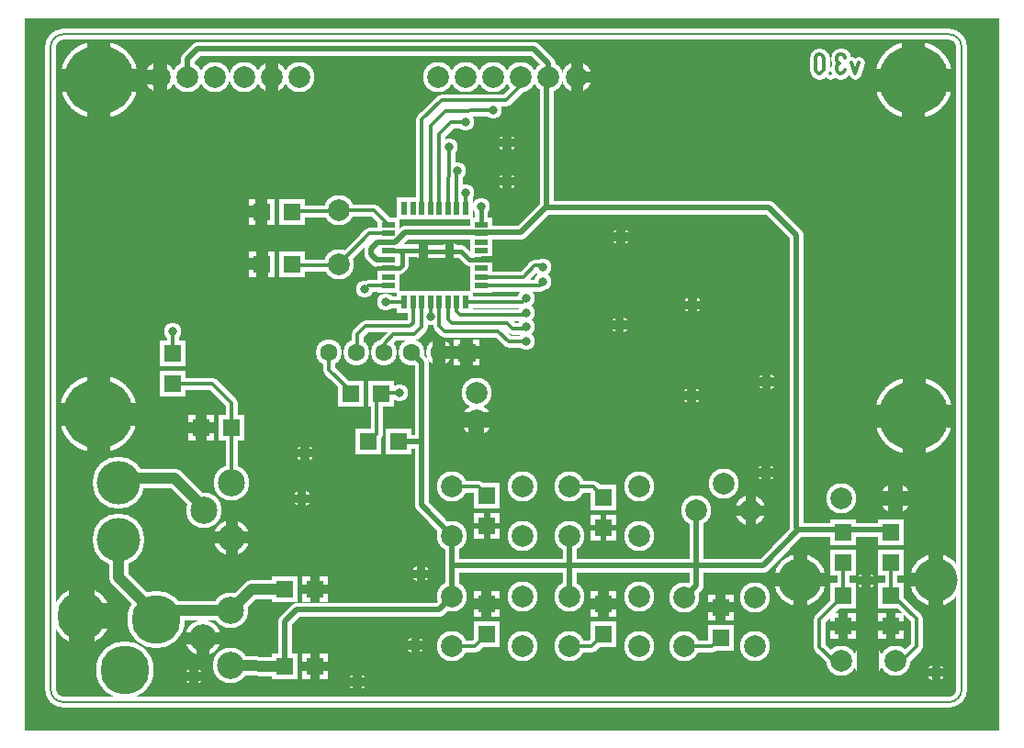
<source format=gbr>
%FSLAX34Y34*%
%MOMM*%
%LNCOPPER_BOTTOM*%
G71*
G01*
%ADD10C,5.300*%
%ADD11C,4.800*%
%ADD12C,2.800*%
%ADD13C,3.300*%
%ADD14C,7.200*%
%ADD15C,1.400*%
%ADD16C,1.800*%
%ADD17R,2.400X2.400*%
%ADD18C,1.100*%
%ADD19C,1.118*%
%ADD20C,1.000*%
%ADD21R,2.070X1.359*%
%ADD22R,1.359X2.070*%
%ADD23C,2.400*%
%ADD24C,1.300*%
%ADD25C,1.200*%
%ADD26C,1.610*%
%ADD27C,1.600*%
%ADD28C,2.370*%
%ADD29C,0.933*%
%ADD30C,1.108*%
%ADD31C,2.000*%
%ADD32C,1.320*%
%ADD33C,1.333*%
%ADD34C,1.133*%
%ADD35C,1.153*%
%ADD36C,1.073*%
%ADD37C,2.133*%
%ADD38C,0.200*%
%ADD39C,0.976*%
%ADD40C,0.843*%
%ADD41C,0.427*%
%ADD42C,0.559*%
%ADD43C,1.157*%
%ADD44C,1.141*%
%ADD45C,0.533*%
%ADD46C,1.427*%
%ADD47C,0.800*%
%ADD48C,1.104*%
%ADD49C,4.500*%
%ADD50C,4.000*%
%ADD51C,2.000*%
%ADD52C,2.500*%
%ADD53C,6.400*%
%ADD54C,0.600*%
%ADD55R,1.600X1.600*%
%ADD56C,0.300*%
%ADD57C,0.318*%
%ADD58R,1.270X0.559*%
%ADD59R,0.559X1.270*%
%ADD60C,1.600*%
%ADD61C,0.500*%
%ADD62C,0.400*%
%ADD63C,0.810*%
%ADD64C,0.800*%
%LPD*%
G36*
X-24210Y631031D02*
X874790Y631031D01*
X874790Y-25969D01*
X-24210Y-25969D01*
X-24210Y631031D01*
G37*
%LPC*%
X97020Y76019D02*
G54D10*
D03*
X28758Y79194D02*
G54D10*
D03*
X62844Y149916D02*
G54D11*
D03*
X62844Y201916D02*
G54D11*
D03*
X542924Y198562D02*
G54D12*
D03*
X477924Y198562D02*
G54D12*
D03*
X477924Y153562D02*
G54D12*
D03*
X542924Y153562D02*
G54D12*
D03*
X434974Y198562D02*
G54D12*
D03*
X369974Y198562D02*
G54D12*
D03*
X369974Y153562D02*
G54D12*
D03*
X434974Y153562D02*
G54D12*
D03*
X68785Y29184D02*
G54D10*
D03*
X620315Y201590D02*
G54D12*
D03*
X595315Y176590D02*
G54D12*
D03*
X645315Y176590D02*
G54D12*
D03*
X166865Y202506D02*
G54D13*
D03*
X141465Y177106D02*
G54D13*
D03*
X166865Y151705D02*
G54D13*
D03*
X728662Y37906D02*
G54D12*
D03*
X778662Y37906D02*
G54D12*
D03*
X753662Y37906D02*
G54D12*
D03*
X728662Y187906D02*
G54D12*
D03*
X778662Y187906D02*
G54D12*
D03*
X691162Y112906D02*
G54D11*
D03*
X816162Y112906D02*
G54D11*
D03*
X434974Y51963D02*
G54D12*
D03*
X369974Y51962D02*
G54D12*
D03*
X369974Y96963D02*
G54D12*
D03*
X434974Y96963D02*
G54D12*
D03*
X165675Y84237D02*
G54D13*
D03*
X140274Y58838D02*
G54D13*
D03*
X165675Y33437D02*
G54D13*
D03*
X101048Y576592D02*
G54D12*
D03*
X126448Y576592D02*
G54D12*
D03*
X151848Y576592D02*
G54D12*
D03*
X178439Y576592D02*
G54D12*
D03*
X203839Y576592D02*
G54D12*
D03*
X229239Y576592D02*
G54D12*
D03*
X357033Y576592D02*
G54D12*
D03*
X382433Y576592D02*
G54D12*
D03*
X407833Y576592D02*
G54D12*
D03*
X433233Y576592D02*
G54D12*
D03*
X458633Y576592D02*
G54D12*
D03*
X485223Y576592D02*
G54D12*
D03*
X796130Y263922D02*
G54D14*
D03*
X820130Y263922D02*
G54D15*
D03*
X813101Y246952D02*
G54D15*
D03*
X796130Y239922D02*
G54D15*
D03*
X779160Y246952D02*
G54D15*
D03*
X772130Y263922D02*
G54D15*
D03*
X779160Y280892D02*
G54D15*
D03*
X796130Y287922D02*
G54D15*
D03*
X813101Y280892D02*
G54D15*
D03*
X795337Y573881D02*
G54D14*
D03*
X819337Y573881D02*
G54D15*
D03*
X812307Y556911D02*
G54D15*
D03*
X795337Y549881D02*
G54D15*
D03*
X778366Y556911D02*
G54D15*
D03*
X771337Y573881D02*
G54D15*
D03*
X778366Y590852D02*
G54D15*
D03*
X795337Y597881D02*
G54D15*
D03*
X812307Y590852D02*
G54D15*
D03*
X44449Y573881D02*
G54D14*
D03*
X68449Y573881D02*
G54D15*
D03*
X61420Y556911D02*
G54D15*
D03*
X44449Y549881D02*
G54D15*
D03*
X27479Y556911D02*
G54D15*
D03*
X20449Y573881D02*
G54D15*
D03*
X27479Y590852D02*
G54D15*
D03*
X44449Y597881D02*
G54D15*
D03*
X61420Y590852D02*
G54D15*
D03*
X44052Y265510D02*
G54D14*
D03*
X68052Y265510D02*
G54D15*
D03*
X61023Y248539D02*
G54D15*
D03*
X44052Y241510D02*
G54D15*
D03*
X27082Y248539D02*
G54D15*
D03*
X20052Y265510D02*
G54D15*
D03*
X27082Y282480D02*
G54D15*
D03*
X44052Y289510D02*
G54D15*
D03*
X61023Y282480D02*
G54D15*
D03*
G54D16*
X165675Y84237D02*
X112381Y84237D01*
X97020Y68875D01*
G54D16*
X62844Y146344D02*
X62844Y114957D01*
X97020Y80781D01*
G54D16*
X141465Y181868D02*
X138931Y181868D01*
X114299Y206500D01*
X63024Y206500D01*
X62844Y206679D01*
X112416Y321959D02*
G54D17*
D03*
X112416Y293959D02*
G54D17*
D03*
X138865Y253305D02*
G54D17*
D03*
X166865Y253306D02*
G54D17*
D03*
G54D18*
X166865Y253306D02*
X166865Y202506D01*
X774682Y156664D02*
G54D17*
D03*
X774682Y128664D02*
G54D17*
D03*
G54D19*
X745248Y590231D02*
X741693Y580231D01*
X738137Y590231D01*
G54D19*
X731915Y594675D02*
X731026Y596898D01*
X729249Y598009D01*
X727471Y598009D01*
X725693Y596898D01*
X724804Y594675D01*
X724804Y592453D01*
X725693Y590231D01*
X727471Y589120D01*
X725693Y588009D01*
X724804Y585786D01*
X724804Y583564D01*
X725693Y581342D01*
X727471Y580231D01*
X729249Y580231D01*
X731026Y581342D01*
X731915Y583564D01*
G54D19*
X718582Y580231D02*
X718582Y580231D01*
G54D19*
X705249Y594675D02*
X705249Y583564D01*
X706138Y581342D01*
X707916Y580231D01*
X709694Y580231D01*
X711472Y581342D01*
X712360Y583564D01*
X712360Y594675D01*
X711472Y596898D01*
X709694Y598009D01*
X707916Y598009D01*
X706138Y596898D01*
X705249Y594675D01*
X215899Y103709D02*
G54D17*
D03*
X243899Y103709D02*
G54D17*
D03*
X215899Y33065D02*
G54D17*
D03*
X243899Y33065D02*
G54D17*
D03*
G54D16*
X215899Y103709D02*
X185147Y103709D01*
X165675Y84237D01*
G54D16*
X215899Y33065D02*
X165675Y33437D01*
G54D20*
X11509Y615928D02*
X828262Y615928D01*
G54D20*
G75*
G01X11509Y615928D02*
G03X-1Y604418I0J-11510D01*
G01*
G54D20*
G75*
G01X839772Y604418D02*
G03X828262Y615928I-11510J0D01*
G01*
G54D20*
X-1Y604418D02*
X-1Y11503D01*
G54D20*
G75*
G01X828262Y-8D02*
G03X839772Y11502I0J11510D01*
G01*
G54D20*
X839772Y604418D02*
X839772Y11502D01*
G54D20*
G75*
G01X-1Y11503D02*
G03X11509Y-7I11510J0D01*
G01*
G54D20*
X828262Y-8D02*
X11509Y-7D01*
X542924Y51963D02*
G54D12*
D03*
X477924Y51962D02*
G54D12*
D03*
X477924Y96963D02*
G54D12*
D03*
X542924Y96963D02*
G54D12*
D03*
X311322Y384324D02*
G54D21*
D03*
X311322Y392324D02*
G54D21*
D03*
X311322Y400326D02*
G54D21*
D03*
X311322Y408326D02*
G54D21*
D03*
X311322Y416328D02*
G54D21*
D03*
X311322Y424328D02*
G54D21*
D03*
X311322Y432330D02*
G54D21*
D03*
X311322Y440330D02*
G54D21*
D03*
X397174Y440330D02*
G54D21*
D03*
X397174Y432330D02*
G54D21*
D03*
X397174Y424328D02*
G54D21*
D03*
X397174Y416328D02*
G54D21*
D03*
X397174Y408326D02*
G54D21*
D03*
X397174Y400326D02*
G54D21*
D03*
X397174Y392324D02*
G54D21*
D03*
X397174Y384324D02*
G54D21*
D03*
X382239Y369388D02*
G54D22*
D03*
X374238Y369388D02*
G54D22*
D03*
X366237Y369388D02*
G54D22*
D03*
X358236Y369388D02*
G54D22*
D03*
X350235Y369388D02*
G54D22*
D03*
X342234Y369388D02*
G54D22*
D03*
X334233Y369388D02*
G54D22*
D03*
X326232Y369388D02*
G54D22*
D03*
X326233Y455239D02*
G54D22*
D03*
X334234Y455239D02*
G54D22*
D03*
X342235Y455239D02*
G54D22*
D03*
X350236Y455239D02*
G54D22*
D03*
X358237Y455239D02*
G54D22*
D03*
X366238Y455239D02*
G54D22*
D03*
X374239Y455239D02*
G54D22*
D03*
X382240Y455239D02*
G54D22*
D03*
G36*
X395585Y334328D02*
X395585Y310328D01*
X371585Y310328D01*
X371585Y334328D01*
X395585Y334328D01*
G37*
X358185Y322328D02*
G54D23*
D03*
X332785Y322328D02*
G54D23*
D03*
X307385Y322328D02*
G54D23*
D03*
X281985Y322328D02*
G54D23*
D03*
X256585Y322328D02*
G54D23*
D03*
G54D24*
X306957Y408326D02*
X300683Y408326D01*
X295622Y413387D01*
X295622Y418483D01*
X301524Y424385D01*
X317796Y424385D01*
X326527Y433116D01*
X421034Y433152D01*
G54D25*
X311322Y416328D02*
X321885Y416328D01*
X324543Y413669D01*
X324543Y403335D01*
X321578Y400370D01*
X311322Y400326D01*
G54D25*
X311322Y416328D02*
X378682Y415931D01*
X386286Y408326D01*
X397174Y408326D01*
X350391Y355364D02*
G54D26*
D03*
G54D18*
X350235Y369388D02*
X350235Y355606D01*
X349994Y355364D01*
G54D18*
X342234Y367404D02*
X342234Y346032D01*
X335258Y339057D01*
X315812Y339057D01*
X307874Y331119D01*
X307874Y321627D01*
X307385Y321138D01*
G54D18*
X334233Y372166D02*
X334233Y349938D01*
X331290Y346994D01*
X290412Y346994D01*
X282474Y339057D01*
X282474Y325595D01*
X281985Y325106D01*
X321419Y285117D02*
G54D26*
D03*
G54D18*
X323006Y285117D02*
X307065Y285117D01*
X300283Y284289D01*
X265752Y404100D02*
G54D12*
D03*
X265752Y454100D02*
G54D12*
D03*
G54D18*
X265752Y454100D02*
X297552Y454100D01*
X311322Y440330D01*
G54D18*
X311322Y432330D02*
X293981Y432330D01*
X265752Y404100D01*
G54D18*
X228052Y402558D02*
X264210Y402558D01*
X265752Y404100D01*
G54D18*
X228449Y452961D02*
X264613Y452961D01*
X265752Y454100D01*
G54D18*
X342235Y455239D02*
X342348Y537736D01*
X360362Y555749D01*
X419496Y555352D01*
X432196Y568052D01*
X433233Y576592D01*
G54D18*
X350236Y455239D02*
X350286Y531386D01*
X364331Y545430D01*
X408384Y545827D01*
X408384Y545827D02*
G54D26*
D03*
G54D18*
X358237Y455239D02*
X358237Y524256D01*
X368696Y534715D01*
X382984Y534715D01*
X382984Y534715D02*
G54D26*
D03*
G54D18*
X366238Y455239D02*
X367109Y512490D01*
X367109Y512490D02*
G54D26*
D03*
X382984Y469627D02*
G54D26*
D03*
G54D18*
X382240Y455239D02*
X382240Y468784D01*
X381396Y469627D01*
X375046Y490265D02*
G54D26*
D03*
G54D18*
X374239Y455239D02*
X374239Y489458D01*
X375046Y490265D01*
G54D24*
X126448Y576592D02*
X126448Y593695D01*
X135334Y602580D01*
X445344Y602580D01*
X458633Y589292D01*
X458633Y576592D01*
X396874Y456927D02*
G54D26*
D03*
G54D25*
X397174Y440330D02*
X397174Y456628D01*
X396874Y456927D01*
X289321Y381124D02*
G54D26*
D03*
X112392Y341928D02*
G54D26*
D03*
G54D18*
X112416Y321959D02*
X112416Y340366D01*
X113979Y341928D01*
G54D18*
X311322Y384324D02*
X292520Y384324D01*
X289321Y381124D01*
X309165Y368821D02*
G54D26*
D03*
G54D18*
X326232Y369388D02*
X309732Y369388D01*
X309165Y368821D01*
G54D24*
X421034Y433152D02*
X433027Y433152D01*
X457199Y457324D01*
X457199Y575952D01*
X458633Y577385D01*
G54D24*
X369974Y153562D02*
X369974Y96963D01*
G54D18*
X256585Y322328D02*
X256585Y306606D01*
X278902Y284289D01*
G54D18*
X112416Y293959D02*
X148680Y293959D01*
X167084Y275555D01*
X167084Y253524D01*
X166865Y253306D01*
G54D24*
X477924Y153562D02*
X477924Y96963D01*
X648890Y51168D02*
G54D12*
D03*
X583890Y51168D02*
G54D12*
D03*
X583890Y96168D02*
G54D12*
D03*
X648890Y96168D02*
G54D12*
D03*
G54D24*
X595315Y176590D02*
X595315Y107594D01*
X583890Y96168D01*
X438100Y372827D02*
G54D26*
D03*
X438100Y358936D02*
G54D26*
D03*
X438100Y345839D02*
G54D26*
D03*
X438100Y332346D02*
G54D26*
D03*
G54D18*
X358236Y369388D02*
X358236Y347122D01*
X363128Y342230D01*
X412352Y342230D01*
X422274Y332309D01*
X438063Y332309D01*
X438100Y332346D01*
G54D18*
X366237Y369388D02*
X366237Y353024D01*
X369490Y349771D01*
X420290Y349771D01*
X425449Y344612D01*
X436872Y344612D01*
X438100Y345839D01*
G54D18*
X374238Y369388D02*
X374238Y360501D01*
X377824Y356915D01*
X436079Y356915D01*
X438100Y358936D01*
G54D18*
X382239Y369388D02*
X434662Y369388D01*
X438100Y372827D01*
X402430Y190228D02*
G54D17*
D03*
X402431Y162228D02*
G54D17*
D03*
X509587Y189037D02*
G54D17*
D03*
X509587Y161036D02*
G54D17*
D03*
X401637Y90612D02*
G54D17*
D03*
X401637Y62612D02*
G54D17*
D03*
X509587Y90612D02*
G54D17*
D03*
X509587Y62612D02*
G54D17*
D03*
X617537Y87436D02*
G54D17*
D03*
X617537Y59437D02*
G54D17*
D03*
G54D24*
X370284Y126330D02*
X595709Y126330D01*
G54D18*
X369974Y198562D02*
X394096Y198562D01*
X402430Y190228D01*
G54D18*
X477924Y198562D02*
X500061Y198562D01*
X509587Y189037D01*
G54D18*
X369974Y51962D02*
X390988Y51962D01*
X401637Y62612D01*
G54D18*
X477924Y51962D02*
X498938Y51962D01*
X509587Y62612D01*
G54D18*
X583890Y51168D02*
X609268Y51168D01*
X617537Y59437D01*
X453975Y401402D02*
G54D26*
D03*
X453975Y387511D02*
G54D26*
D03*
G54D18*
X397174Y384324D02*
X450787Y384324D01*
X453975Y387511D01*
G54D18*
X397174Y392324D02*
X436253Y392324D01*
X446484Y402556D01*
X452821Y402556D01*
X453975Y401402D01*
X730232Y156664D02*
G54D17*
D03*
X730232Y128664D02*
G54D17*
D03*
X774699Y97974D02*
G54D17*
D03*
X774699Y69975D02*
G54D17*
D03*
X730249Y97974D02*
G54D17*
D03*
X730249Y69975D02*
G54D17*
D03*
G54D24*
X595709Y126330D02*
X656828Y126330D01*
X689371Y158874D01*
X772471Y158874D01*
X774682Y156664D01*
G54D18*
X728662Y37906D02*
X721837Y37906D01*
X708818Y50924D01*
X708818Y76543D01*
X730249Y97974D01*
G54D18*
X778271Y38303D02*
X785096Y38303D01*
X798115Y51321D01*
X798115Y76940D01*
X776684Y98371D01*
G54D18*
X730232Y128664D02*
X730232Y97992D01*
X730249Y97974D01*
G54D18*
X774682Y128664D02*
X774682Y97992D01*
X774699Y97974D01*
X292875Y240058D02*
G54D17*
D03*
X320875Y240059D02*
G54D17*
D03*
G54D24*
X332785Y322328D02*
X341709Y313405D01*
X341709Y181828D01*
X369974Y153562D01*
G54D24*
X320875Y240059D02*
X340740Y240059D01*
X340915Y240234D01*
G54D18*
X300283Y284289D02*
X300283Y247466D01*
X292875Y240058D01*
X392509Y285080D02*
G54D12*
D03*
X392509Y260080D02*
G54D12*
D03*
G54D24*
X215899Y39812D02*
X215899Y74340D01*
X226615Y85056D01*
X358067Y85056D01*
X369974Y96963D01*
G54D24*
X457199Y456530D02*
X661590Y456530D01*
X687387Y430734D01*
X687387Y160859D01*
X689371Y158874D01*
X525526Y429026D02*
G54D27*
D03*
X591804Y366319D02*
G54D27*
D03*
X524472Y347735D02*
G54D27*
D03*
X591011Y282579D02*
G54D27*
D03*
X343757Y415928D02*
G54D27*
D03*
X367966Y416327D02*
G54D27*
D03*
X234220Y229794D02*
G54D27*
D03*
X231589Y187595D02*
G54D27*
D03*
X131957Y23734D02*
G54D27*
D03*
X816436Y27388D02*
G54D27*
D03*
X341376Y118272D02*
G54D27*
D03*
X336217Y52391D02*
G54D27*
D03*
X420751Y515941D02*
G54D27*
D03*
X420751Y480222D02*
G54D27*
D03*
X751745Y111922D02*
G54D27*
D03*
X282770Y18575D02*
G54D27*
D03*
X660067Y295279D02*
G54D27*
D03*
X659273Y211538D02*
G54D27*
D03*
X194468Y452165D02*
G54D17*
D03*
X222468Y452165D02*
G54D17*
D03*
X194865Y404143D02*
G54D17*
D03*
X222865Y404143D02*
G54D17*
D03*
X276621Y284684D02*
G54D17*
D03*
X304621Y284684D02*
G54D17*
D03*
%LPD*%
G54D28*
G36*
X16908Y79194D02*
X16908Y106194D01*
X40608Y106194D01*
X40608Y79194D01*
X16908Y79194D01*
G37*
G36*
X28758Y91044D02*
X55758Y91044D01*
X55758Y67344D01*
X28758Y67344D01*
X28758Y91044D01*
G37*
G36*
X40608Y79194D02*
X40608Y52194D01*
X16908Y52194D01*
X16908Y79194D01*
X40608Y79194D01*
G37*
G54D29*
G36*
X649982Y176590D02*
X649982Y162090D01*
X640648Y162090D01*
X640648Y176590D01*
X649982Y176590D01*
G37*
G36*
X645315Y171924D02*
X630815Y171924D01*
X630815Y181257D01*
X645315Y181257D01*
X645315Y171924D01*
G37*
G36*
X640648Y176590D02*
X640648Y191090D01*
X649982Y191090D01*
X649982Y176590D01*
X640648Y176590D01*
G37*
G36*
X645315Y181257D02*
X659815Y181257D01*
X659815Y171924D01*
X645315Y171924D01*
X645315Y181257D01*
G37*
G54D30*
G36*
X166865Y157247D02*
X183865Y157247D01*
X183865Y146164D01*
X166865Y146164D01*
X166865Y157247D01*
G37*
G36*
X172407Y151705D02*
X172407Y134705D01*
X161324Y134705D01*
X161324Y151705D01*
X172407Y151705D01*
G37*
G36*
X166865Y146164D02*
X149865Y146164D01*
X149865Y157247D01*
X166865Y157247D01*
X166865Y146164D01*
G37*
G36*
X161324Y151705D02*
X161324Y168705D01*
X172407Y168705D01*
X172407Y151705D01*
X161324Y151705D01*
G37*
G54D31*
G36*
X743662Y37906D02*
X743662Y52406D01*
X763662Y52406D01*
X763662Y37906D01*
X743662Y37906D01*
G37*
G36*
X763662Y37906D02*
X763662Y23406D01*
X743662Y23406D01*
X743662Y37906D01*
X763662Y37906D01*
G37*
G54D32*
G36*
X772062Y187906D02*
X772062Y202406D01*
X785262Y202406D01*
X785262Y187906D01*
X772062Y187906D01*
G37*
G36*
X778662Y194506D02*
X793162Y194506D01*
X793162Y181306D01*
X778662Y181306D01*
X778662Y194506D01*
G37*
G36*
X785262Y187906D02*
X785262Y173406D01*
X772062Y173406D01*
X772062Y187906D01*
X785262Y187906D01*
G37*
G36*
X778662Y181306D02*
X764162Y181306D01*
X764162Y194506D01*
X778662Y194506D01*
X778662Y181306D01*
G37*
G54D33*
G36*
X684495Y112906D02*
X684495Y137406D01*
X697828Y137406D01*
X697828Y112906D01*
X684495Y112906D01*
G37*
G36*
X691162Y119572D02*
X715662Y119572D01*
X715662Y106239D01*
X691162Y106239D01*
X691162Y119572D01*
G37*
G36*
X697828Y112906D02*
X697828Y88406D01*
X684495Y88406D01*
X684495Y112906D01*
X697828Y112906D01*
G37*
G36*
X691162Y106239D02*
X666662Y106239D01*
X666662Y119572D01*
X691162Y119572D01*
X691162Y106239D01*
G37*
G54D33*
G36*
X809495Y112906D02*
X809495Y137406D01*
X822828Y137406D01*
X822828Y112906D01*
X809495Y112906D01*
G37*
G36*
X822828Y112906D02*
X822828Y88406D01*
X809495Y88406D01*
X809495Y112906D01*
X822828Y112906D01*
G37*
G36*
X816162Y106239D02*
X791662Y106239D01*
X791662Y119572D01*
X816162Y119572D01*
X816162Y106239D01*
G37*
G54D34*
G36*
X140274Y64504D02*
X157274Y64504D01*
X157274Y53171D01*
X140274Y53171D01*
X140274Y64504D01*
G37*
G36*
X145941Y58838D02*
X145941Y41838D01*
X134608Y41838D01*
X134608Y58838D01*
X145941Y58838D01*
G37*
G36*
X140274Y53171D02*
X123274Y53171D01*
X123274Y64504D01*
X140274Y64504D01*
X140274Y53171D01*
G37*
G54D24*
G36*
X94548Y576592D02*
X94548Y591092D01*
X107548Y591092D01*
X107548Y576592D01*
X94548Y576592D01*
G37*
G36*
X107548Y576592D02*
X107548Y562092D01*
X94548Y562092D01*
X94548Y576592D01*
X107548Y576592D01*
G37*
G36*
X101048Y570092D02*
X86548Y570092D01*
X86548Y583092D01*
X101048Y583092D01*
X101048Y570092D01*
G37*
G54D35*
G36*
X198072Y576592D02*
X198072Y591092D01*
X209606Y591092D01*
X209606Y576592D01*
X198072Y576592D01*
G37*
G36*
X209606Y576592D02*
X209606Y562092D01*
X198072Y562092D01*
X198072Y576592D01*
X209606Y576592D01*
G37*
G54D36*
G36*
X479856Y576592D02*
X479856Y591092D01*
X490590Y591092D01*
X490590Y576592D01*
X479856Y576592D01*
G37*
G36*
X485223Y581958D02*
X499723Y581958D01*
X499723Y571225D01*
X485223Y571225D01*
X485223Y581958D01*
G37*
G36*
X490590Y576592D02*
X490590Y562092D01*
X479856Y562092D01*
X479856Y576592D01*
X490590Y576592D01*
G37*
G54D37*
G36*
X785464Y263922D02*
X785464Y300422D01*
X806797Y300422D01*
X806797Y263922D01*
X785464Y263922D01*
G37*
G36*
X796130Y274589D02*
X832630Y274589D01*
X832630Y253255D01*
X796130Y253255D01*
X796130Y274589D01*
G37*
G36*
X806797Y263922D02*
X806797Y227422D01*
X785464Y227422D01*
X785464Y263922D01*
X806797Y263922D01*
G37*
G36*
X796130Y253255D02*
X759630Y253255D01*
X759630Y274589D01*
X796130Y274589D01*
X796130Y253255D01*
G37*
G54D38*
G36*
X819130Y263922D02*
X819130Y271422D01*
X821130Y271422D01*
X821130Y263922D01*
X819130Y263922D01*
G37*
G36*
X820130Y264922D02*
X827630Y264922D01*
X827630Y262922D01*
X820130Y262922D01*
X820130Y264922D01*
G37*
G36*
X821130Y263922D02*
X821130Y256422D01*
X819130Y256422D01*
X819130Y263922D01*
X821130Y263922D01*
G37*
G36*
X820130Y262922D02*
X812630Y262922D01*
X812630Y264922D01*
X820130Y264922D01*
X820130Y262922D01*
G37*
G54D38*
G36*
X812101Y246952D02*
X812101Y254452D01*
X814101Y254452D01*
X814101Y246952D01*
X812101Y246952D01*
G37*
G36*
X813101Y247952D02*
X820601Y247952D01*
X820601Y245952D01*
X813101Y245952D01*
X813101Y247952D01*
G37*
G36*
X814101Y246952D02*
X814101Y239452D01*
X812101Y239452D01*
X812101Y246952D01*
X814101Y246952D01*
G37*
G36*
X813101Y245952D02*
X805601Y245952D01*
X805601Y247952D01*
X813101Y247952D01*
X813101Y245952D01*
G37*
G54D38*
G36*
X795130Y239922D02*
X795130Y247422D01*
X797130Y247422D01*
X797130Y239922D01*
X795130Y239922D01*
G37*
G36*
X796130Y240922D02*
X803630Y240922D01*
X803630Y238922D01*
X796130Y238922D01*
X796130Y240922D01*
G37*
G36*
X797130Y239922D02*
X797130Y232422D01*
X795130Y232422D01*
X795130Y239922D01*
X797130Y239922D01*
G37*
G36*
X796130Y238922D02*
X788630Y238922D01*
X788630Y240922D01*
X796130Y240922D01*
X796130Y238922D01*
G37*
G54D38*
G36*
X778160Y246952D02*
X778160Y254452D01*
X780160Y254452D01*
X780160Y246952D01*
X778160Y246952D01*
G37*
G36*
X779160Y247952D02*
X786660Y247952D01*
X786660Y245952D01*
X779160Y245952D01*
X779160Y247952D01*
G37*
G36*
X780160Y246952D02*
X780160Y239452D01*
X778160Y239452D01*
X778160Y246952D01*
X780160Y246952D01*
G37*
G36*
X779160Y245952D02*
X771660Y245952D01*
X771660Y247952D01*
X779160Y247952D01*
X779160Y245952D01*
G37*
G54D38*
G36*
X771130Y263922D02*
X771130Y271422D01*
X773130Y271422D01*
X773130Y263922D01*
X771130Y263922D01*
G37*
G36*
X772130Y264922D02*
X779630Y264922D01*
X779630Y262922D01*
X772130Y262922D01*
X772130Y264922D01*
G37*
G36*
X773130Y263922D02*
X773130Y256422D01*
X771130Y256422D01*
X771130Y263922D01*
X773130Y263922D01*
G37*
G36*
X772130Y262922D02*
X764630Y262922D01*
X764630Y264922D01*
X772130Y264922D01*
X772130Y262922D01*
G37*
G54D38*
G36*
X778160Y280892D02*
X778160Y288392D01*
X780160Y288392D01*
X780160Y280892D01*
X778160Y280892D01*
G37*
G36*
X779160Y281892D02*
X786660Y281892D01*
X786660Y279892D01*
X779160Y279892D01*
X779160Y281892D01*
G37*
G36*
X780160Y280892D02*
X780160Y273392D01*
X778160Y273392D01*
X778160Y280892D01*
X780160Y280892D01*
G37*
G36*
X779160Y279892D02*
X771660Y279892D01*
X771660Y281892D01*
X779160Y281892D01*
X779160Y279892D01*
G37*
G54D38*
G36*
X795130Y287922D02*
X795130Y295422D01*
X797130Y295422D01*
X797130Y287922D01*
X795130Y287922D01*
G37*
G36*
X796130Y288922D02*
X803630Y288922D01*
X803630Y286922D01*
X796130Y286922D01*
X796130Y288922D01*
G37*
G36*
X797130Y287922D02*
X797130Y280422D01*
X795130Y280422D01*
X795130Y287922D01*
X797130Y287922D01*
G37*
G36*
X796130Y286922D02*
X788630Y286922D01*
X788630Y288922D01*
X796130Y288922D01*
X796130Y286922D01*
G37*
G54D38*
G36*
X812101Y280892D02*
X812101Y288392D01*
X814101Y288392D01*
X814101Y280892D01*
X812101Y280892D01*
G37*
G36*
X813101Y281892D02*
X820601Y281892D01*
X820601Y279892D01*
X813101Y279892D01*
X813101Y281892D01*
G37*
G36*
X814101Y280892D02*
X814101Y273392D01*
X812101Y273392D01*
X812101Y280892D01*
X814101Y280892D01*
G37*
G36*
X813101Y279892D02*
X805601Y279892D01*
X805601Y281892D01*
X813101Y281892D01*
X813101Y279892D01*
G37*
G54D37*
G36*
X784670Y573881D02*
X784670Y610381D01*
X806004Y610381D01*
X806004Y573881D01*
X784670Y573881D01*
G37*
G36*
X795337Y584548D02*
X831837Y584548D01*
X831837Y563214D01*
X795337Y563214D01*
X795337Y584548D01*
G37*
G36*
X806004Y573881D02*
X806004Y537381D01*
X784670Y537381D01*
X784670Y573881D01*
X806004Y573881D01*
G37*
G36*
X795337Y563214D02*
X758837Y563214D01*
X758837Y584548D01*
X795337Y584548D01*
X795337Y563214D01*
G37*
G54D38*
G36*
X818337Y573881D02*
X818337Y581381D01*
X820337Y581381D01*
X820337Y573881D01*
X818337Y573881D01*
G37*
G36*
X819337Y574881D02*
X826837Y574881D01*
X826837Y572881D01*
X819337Y572881D01*
X819337Y574881D01*
G37*
G36*
X820337Y573881D02*
X820337Y566381D01*
X818337Y566381D01*
X818337Y573881D01*
X820337Y573881D01*
G37*
G36*
X819337Y572881D02*
X811837Y572881D01*
X811837Y574881D01*
X819337Y574881D01*
X819337Y572881D01*
G37*
G54D38*
G36*
X811307Y556911D02*
X811307Y564411D01*
X813307Y564411D01*
X813307Y556911D01*
X811307Y556911D01*
G37*
G36*
X812307Y557911D02*
X819807Y557911D01*
X819807Y555911D01*
X812307Y555911D01*
X812307Y557911D01*
G37*
G36*
X813307Y556911D02*
X813307Y549411D01*
X811307Y549411D01*
X811307Y556911D01*
X813307Y556911D01*
G37*
G36*
X812307Y555911D02*
X804807Y555911D01*
X804807Y557911D01*
X812307Y557911D01*
X812307Y555911D01*
G37*
G54D38*
G36*
X794337Y549881D02*
X794337Y557381D01*
X796337Y557381D01*
X796337Y549881D01*
X794337Y549881D01*
G37*
G36*
X795337Y550881D02*
X802837Y550881D01*
X802837Y548881D01*
X795337Y548881D01*
X795337Y550881D01*
G37*
G36*
X796337Y549881D02*
X796337Y542381D01*
X794337Y542381D01*
X794337Y549881D01*
X796337Y549881D01*
G37*
G36*
X795337Y548881D02*
X787837Y548881D01*
X787837Y550881D01*
X795337Y550881D01*
X795337Y548881D01*
G37*
G54D38*
G36*
X777366Y556911D02*
X777366Y564411D01*
X779366Y564411D01*
X779366Y556911D01*
X777366Y556911D01*
G37*
G36*
X778366Y557911D02*
X785866Y557911D01*
X785866Y555911D01*
X778366Y555911D01*
X778366Y557911D01*
G37*
G36*
X779366Y556911D02*
X779366Y549411D01*
X777366Y549411D01*
X777366Y556911D01*
X779366Y556911D01*
G37*
G36*
X778366Y555911D02*
X770866Y555911D01*
X770866Y557911D01*
X778366Y557911D01*
X778366Y555911D01*
G37*
G54D38*
G36*
X770337Y573881D02*
X770337Y581381D01*
X772337Y581381D01*
X772337Y573881D01*
X770337Y573881D01*
G37*
G36*
X771337Y574881D02*
X778837Y574881D01*
X778837Y572881D01*
X771337Y572881D01*
X771337Y574881D01*
G37*
G36*
X772337Y573881D02*
X772337Y566381D01*
X770337Y566381D01*
X770337Y573881D01*
X772337Y573881D01*
G37*
G36*
X771337Y572881D02*
X763837Y572881D01*
X763837Y574881D01*
X771337Y574881D01*
X771337Y572881D01*
G37*
G54D38*
G36*
X777366Y590852D02*
X777366Y598352D01*
X779366Y598352D01*
X779366Y590852D01*
X777366Y590852D01*
G37*
G36*
X778366Y591852D02*
X785866Y591852D01*
X785866Y589852D01*
X778366Y589852D01*
X778366Y591852D01*
G37*
G36*
X779366Y590852D02*
X779366Y583352D01*
X777366Y583352D01*
X777366Y590852D01*
X779366Y590852D01*
G37*
G36*
X778366Y589852D02*
X770866Y589852D01*
X770866Y591852D01*
X778366Y591852D01*
X778366Y589852D01*
G37*
G54D38*
G36*
X794337Y597881D02*
X794337Y605381D01*
X796337Y605381D01*
X796337Y597881D01*
X794337Y597881D01*
G37*
G36*
X795337Y598881D02*
X802837Y598881D01*
X802837Y596881D01*
X795337Y596881D01*
X795337Y598881D01*
G37*
G36*
X796337Y597881D02*
X796337Y590381D01*
X794337Y590381D01*
X794337Y597881D01*
X796337Y597881D01*
G37*
G36*
X795337Y596881D02*
X787837Y596881D01*
X787837Y598881D01*
X795337Y598881D01*
X795337Y596881D01*
G37*
G54D38*
G36*
X811307Y590852D02*
X811307Y598352D01*
X813307Y598352D01*
X813307Y590852D01*
X811307Y590852D01*
G37*
G36*
X812307Y591852D02*
X819807Y591852D01*
X819807Y589852D01*
X812307Y589852D01*
X812307Y591852D01*
G37*
G36*
X813307Y590852D02*
X813307Y583352D01*
X811307Y583352D01*
X811307Y590852D01*
X813307Y590852D01*
G37*
G36*
X812307Y589852D02*
X804807Y589852D01*
X804807Y591852D01*
X812307Y591852D01*
X812307Y589852D01*
G37*
G54D37*
G36*
X33783Y573881D02*
X33783Y610381D01*
X55116Y610381D01*
X55116Y573881D01*
X33783Y573881D01*
G37*
G36*
X44449Y584548D02*
X80949Y584548D01*
X80949Y563214D01*
X44449Y563214D01*
X44449Y584548D01*
G37*
G36*
X55116Y573881D02*
X55116Y537381D01*
X33783Y537381D01*
X33783Y573881D01*
X55116Y573881D01*
G37*
G36*
X44449Y563214D02*
X7949Y563214D01*
X7949Y584548D01*
X44449Y584548D01*
X44449Y563214D01*
G37*
G54D38*
G36*
X67449Y573881D02*
X67449Y581381D01*
X69449Y581381D01*
X69449Y573881D01*
X67449Y573881D01*
G37*
G36*
X68449Y574881D02*
X75949Y574881D01*
X75949Y572881D01*
X68449Y572881D01*
X68449Y574881D01*
G37*
G36*
X69449Y573881D02*
X69449Y566381D01*
X67449Y566381D01*
X67449Y573881D01*
X69449Y573881D01*
G37*
G36*
X68449Y572881D02*
X60949Y572881D01*
X60949Y574881D01*
X68449Y574881D01*
X68449Y572881D01*
G37*
G54D38*
G36*
X60420Y556911D02*
X60420Y564411D01*
X62420Y564411D01*
X62420Y556911D01*
X60420Y556911D01*
G37*
G36*
X61420Y557911D02*
X68920Y557911D01*
X68920Y555911D01*
X61420Y555911D01*
X61420Y557911D01*
G37*
G36*
X62420Y556911D02*
X62420Y549411D01*
X60420Y549411D01*
X60420Y556911D01*
X62420Y556911D01*
G37*
G36*
X61420Y555911D02*
X53920Y555911D01*
X53920Y557911D01*
X61420Y557911D01*
X61420Y555911D01*
G37*
G54D38*
G36*
X43449Y549881D02*
X43449Y557381D01*
X45449Y557381D01*
X45449Y549881D01*
X43449Y549881D01*
G37*
G36*
X44449Y550881D02*
X51949Y550881D01*
X51949Y548881D01*
X44449Y548881D01*
X44449Y550881D01*
G37*
G36*
X45449Y549881D02*
X45449Y542381D01*
X43449Y542381D01*
X43449Y549881D01*
X45449Y549881D01*
G37*
G36*
X44449Y548881D02*
X36949Y548881D01*
X36949Y550881D01*
X44449Y550881D01*
X44449Y548881D01*
G37*
G54D38*
G36*
X26479Y556911D02*
X26479Y564411D01*
X28479Y564411D01*
X28479Y556911D01*
X26479Y556911D01*
G37*
G36*
X27479Y557911D02*
X34979Y557911D01*
X34979Y555911D01*
X27479Y555911D01*
X27479Y557911D01*
G37*
G36*
X28479Y556911D02*
X28479Y549411D01*
X26479Y549411D01*
X26479Y556911D01*
X28479Y556911D01*
G37*
G36*
X27479Y555911D02*
X19979Y555911D01*
X19979Y557911D01*
X27479Y557911D01*
X27479Y555911D01*
G37*
G54D38*
G36*
X19449Y573881D02*
X19449Y581381D01*
X21449Y581381D01*
X21449Y573881D01*
X19449Y573881D01*
G37*
G36*
X20449Y574881D02*
X27949Y574881D01*
X27949Y572881D01*
X20449Y572881D01*
X20449Y574881D01*
G37*
G36*
X21449Y573881D02*
X21449Y566381D01*
X19449Y566381D01*
X19449Y573881D01*
X21449Y573881D01*
G37*
G36*
X20449Y572881D02*
X12949Y572881D01*
X12949Y574881D01*
X20449Y574881D01*
X20449Y572881D01*
G37*
G54D38*
G36*
X26479Y590852D02*
X26479Y598352D01*
X28479Y598352D01*
X28479Y590852D01*
X26479Y590852D01*
G37*
G36*
X27479Y591852D02*
X34979Y591852D01*
X34979Y589852D01*
X27479Y589852D01*
X27479Y591852D01*
G37*
G36*
X28479Y590852D02*
X28479Y583352D01*
X26479Y583352D01*
X26479Y590852D01*
X28479Y590852D01*
G37*
G36*
X27479Y589852D02*
X19979Y589852D01*
X19979Y591852D01*
X27479Y591852D01*
X27479Y589852D01*
G37*
G54D38*
G36*
X43449Y597881D02*
X43449Y605381D01*
X45449Y605381D01*
X45449Y597881D01*
X43449Y597881D01*
G37*
G36*
X44449Y598881D02*
X51949Y598881D01*
X51949Y596881D01*
X44449Y596881D01*
X44449Y598881D01*
G37*
G36*
X45449Y597881D02*
X45449Y590381D01*
X43449Y590381D01*
X43449Y597881D01*
X45449Y597881D01*
G37*
G36*
X44449Y596881D02*
X36949Y596881D01*
X36949Y598881D01*
X44449Y598881D01*
X44449Y596881D01*
G37*
G54D38*
G36*
X60420Y590852D02*
X60420Y598352D01*
X62420Y598352D01*
X62420Y590852D01*
X60420Y590852D01*
G37*
G36*
X61420Y591852D02*
X68920Y591852D01*
X68920Y589852D01*
X61420Y589852D01*
X61420Y591852D01*
G37*
G36*
X62420Y590852D02*
X62420Y583352D01*
X60420Y583352D01*
X60420Y590852D01*
X62420Y590852D01*
G37*
G36*
X61420Y589852D02*
X53920Y589852D01*
X53920Y591852D01*
X61420Y591852D01*
X61420Y589852D01*
G37*
G54D37*
G36*
X33386Y265510D02*
X33386Y302010D01*
X54719Y302010D01*
X54719Y265510D01*
X33386Y265510D01*
G37*
G36*
X44052Y276176D02*
X80552Y276176D01*
X80552Y254843D01*
X44052Y254843D01*
X44052Y276176D01*
G37*
G36*
X54719Y265510D02*
X54719Y229010D01*
X33386Y229010D01*
X33386Y265510D01*
X54719Y265510D01*
G37*
G36*
X44052Y254843D02*
X7552Y254843D01*
X7552Y276176D01*
X44052Y276176D01*
X44052Y254843D01*
G37*
G54D38*
G36*
X67052Y265510D02*
X67052Y273010D01*
X69052Y273010D01*
X69052Y265510D01*
X67052Y265510D01*
G37*
G36*
X68052Y266510D02*
X75552Y266510D01*
X75552Y264510D01*
X68052Y264510D01*
X68052Y266510D01*
G37*
G36*
X69052Y265510D02*
X69052Y258010D01*
X67052Y258010D01*
X67052Y265510D01*
X69052Y265510D01*
G37*
G36*
X68052Y264510D02*
X60552Y264510D01*
X60552Y266510D01*
X68052Y266510D01*
X68052Y264510D01*
G37*
G54D38*
G36*
X60023Y248539D02*
X60023Y256039D01*
X62023Y256039D01*
X62023Y248539D01*
X60023Y248539D01*
G37*
G36*
X61023Y249539D02*
X68523Y249539D01*
X68523Y247539D01*
X61023Y247539D01*
X61023Y249539D01*
G37*
G36*
X62023Y248539D02*
X62023Y241039D01*
X60023Y241039D01*
X60023Y248539D01*
X62023Y248539D01*
G37*
G36*
X61023Y247539D02*
X53523Y247539D01*
X53523Y249539D01*
X61023Y249539D01*
X61023Y247539D01*
G37*
G54D38*
G36*
X43052Y241510D02*
X43052Y249010D01*
X45052Y249010D01*
X45052Y241510D01*
X43052Y241510D01*
G37*
G36*
X44052Y242510D02*
X51552Y242510D01*
X51552Y240510D01*
X44052Y240510D01*
X44052Y242510D01*
G37*
G36*
X45052Y241510D02*
X45052Y234010D01*
X43052Y234010D01*
X43052Y241510D01*
X45052Y241510D01*
G37*
G36*
X44052Y240510D02*
X36552Y240510D01*
X36552Y242510D01*
X44052Y242510D01*
X44052Y240510D01*
G37*
G54D38*
G36*
X26082Y248539D02*
X26082Y256039D01*
X28082Y256039D01*
X28082Y248539D01*
X26082Y248539D01*
G37*
G36*
X27082Y249539D02*
X34582Y249539D01*
X34582Y247539D01*
X27082Y247539D01*
X27082Y249539D01*
G37*
G36*
X28082Y248539D02*
X28082Y241039D01*
X26082Y241039D01*
X26082Y248539D01*
X28082Y248539D01*
G37*
G36*
X27082Y247539D02*
X19582Y247539D01*
X19582Y249539D01*
X27082Y249539D01*
X27082Y247539D01*
G37*
G54D38*
G36*
X19052Y265510D02*
X19052Y273010D01*
X21052Y273010D01*
X21052Y265510D01*
X19052Y265510D01*
G37*
G36*
X20052Y266510D02*
X27552Y266510D01*
X27552Y264510D01*
X20052Y264510D01*
X20052Y266510D01*
G37*
G36*
X21052Y265510D02*
X21052Y258010D01*
X19052Y258010D01*
X19052Y265510D01*
X21052Y265510D01*
G37*
G36*
X20052Y264510D02*
X12552Y264510D01*
X12552Y266510D01*
X20052Y266510D01*
X20052Y264510D01*
G37*
G54D38*
G36*
X26082Y282480D02*
X26082Y289980D01*
X28082Y289980D01*
X28082Y282480D01*
X26082Y282480D01*
G37*
G36*
X27082Y283480D02*
X34582Y283480D01*
X34582Y281480D01*
X27082Y281480D01*
X27082Y283480D01*
G37*
G36*
X28082Y282480D02*
X28082Y274980D01*
X26082Y274980D01*
X26082Y282480D01*
X28082Y282480D01*
G37*
G36*
X27082Y281480D02*
X19582Y281480D01*
X19582Y283480D01*
X27082Y283480D01*
X27082Y281480D01*
G37*
G54D38*
G36*
X43052Y289510D02*
X43052Y297010D01*
X45052Y297010D01*
X45052Y289510D01*
X43052Y289510D01*
G37*
G36*
X44052Y290510D02*
X51552Y290510D01*
X51552Y288510D01*
X44052Y288510D01*
X44052Y290510D01*
G37*
G36*
X45052Y289510D02*
X45052Y282010D01*
X43052Y282010D01*
X43052Y289510D01*
X45052Y289510D01*
G37*
G36*
X44052Y288510D02*
X36552Y288510D01*
X36552Y290510D01*
X44052Y290510D01*
X44052Y288510D01*
G37*
G54D38*
G36*
X60023Y282480D02*
X60023Y289980D01*
X62023Y289980D01*
X62023Y282480D01*
X60023Y282480D01*
G37*
G36*
X61023Y283480D02*
X68523Y283480D01*
X68523Y281480D01*
X61023Y281480D01*
X61023Y283480D01*
G37*
G36*
X62023Y282480D02*
X62023Y274980D01*
X60023Y274980D01*
X60023Y282480D01*
X62023Y282480D01*
G37*
G36*
X61023Y281480D02*
X53523Y281480D01*
X53523Y283480D01*
X61023Y283480D01*
X61023Y281480D01*
G37*
G54D39*
G36*
X133985Y253305D02*
X133985Y265805D01*
X143745Y265805D01*
X143745Y253305D01*
X133985Y253305D01*
G37*
G36*
X138865Y258185D02*
X151365Y258185D01*
X151365Y248425D01*
X138865Y248425D01*
X138865Y258185D01*
G37*
G36*
X143745Y253305D02*
X143745Y240805D01*
X133985Y240805D01*
X133985Y253305D01*
X143745Y253305D01*
G37*
G36*
X138865Y248425D02*
X126365Y248425D01*
X126365Y258185D01*
X138865Y258185D01*
X138865Y248425D01*
G37*
G54D40*
G36*
X239686Y103709D02*
X239686Y116209D01*
X248113Y116209D01*
X248113Y103709D01*
X239686Y103709D01*
G37*
G36*
X243899Y107923D02*
X256399Y107923D01*
X256399Y99496D01*
X243899Y99496D01*
X243899Y107923D01*
G37*
G36*
X248113Y103709D02*
X248113Y91209D01*
X239686Y91209D01*
X239686Y103709D01*
X248113Y103709D01*
G37*
G36*
X243899Y99496D02*
X231399Y99496D01*
X231399Y107923D01*
X243899Y107923D01*
X243899Y99496D01*
G37*
G54D40*
G36*
X239686Y33065D02*
X239686Y45565D01*
X248113Y45565D01*
X248113Y33065D01*
X239686Y33065D01*
G37*
G36*
X243899Y37279D02*
X256399Y37279D01*
X256399Y28852D01*
X243899Y28852D01*
X243899Y37279D01*
G37*
G36*
X248113Y33065D02*
X248113Y20565D01*
X239686Y20565D01*
X239686Y33065D01*
X248113Y33065D01*
G37*
G36*
X243899Y28852D02*
X231399Y28852D01*
X231399Y37279D01*
X243899Y37279D01*
X243899Y28852D01*
G37*
G54D41*
G36*
X311322Y398192D02*
X300472Y398192D01*
X300472Y402458D01*
X311322Y402458D01*
X311322Y398192D01*
G37*
G54D42*
G36*
X397174Y411120D02*
X408024Y411120D01*
X408024Y405532D01*
X397174Y405532D01*
X397174Y411120D01*
G37*
G54D43*
G36*
X383585Y328115D02*
X396085Y328115D01*
X396085Y316542D01*
X383585Y316542D01*
X383585Y328115D01*
G37*
G36*
X389371Y322328D02*
X389371Y309828D01*
X377798Y309828D01*
X377798Y322328D01*
X389371Y322328D01*
G37*
G36*
X383585Y316542D02*
X371085Y316542D01*
X371085Y328115D01*
X383585Y328115D01*
X383585Y316542D01*
G37*
G36*
X377798Y322328D02*
X377798Y334828D01*
X389371Y334828D01*
X389371Y322328D01*
X377798Y322328D01*
G37*
G54D44*
G36*
X358185Y328035D02*
X370685Y328035D01*
X370685Y316621D01*
X358185Y316621D01*
X358185Y328035D01*
G37*
G36*
X363892Y322328D02*
X363892Y309828D01*
X352479Y309828D01*
X352479Y322328D01*
X363892Y322328D01*
G37*
G36*
X352479Y322328D02*
X352479Y334828D01*
X363892Y334828D01*
X363892Y322328D01*
X352479Y322328D01*
G37*
G54D45*
G36*
X402431Y164894D02*
X414931Y164894D01*
X414931Y159561D01*
X402431Y159561D01*
X402431Y164894D01*
G37*
G36*
X405097Y162228D02*
X405097Y149728D01*
X399764Y149728D01*
X399764Y162228D01*
X405097Y162228D01*
G37*
G36*
X402431Y159561D02*
X389931Y159561D01*
X389931Y164894D01*
X402431Y164894D01*
X402431Y159561D01*
G37*
G36*
X399764Y162228D02*
X399764Y174728D01*
X405097Y174728D01*
X405097Y162228D01*
X399764Y162228D01*
G37*
G54D45*
G36*
X509587Y163703D02*
X522087Y163703D01*
X522087Y158370D01*
X509587Y158370D01*
X509587Y163703D01*
G37*
G36*
X512253Y161036D02*
X512253Y148536D01*
X506920Y148536D01*
X506920Y161036D01*
X512253Y161036D01*
G37*
G36*
X509587Y158370D02*
X497087Y158370D01*
X497087Y163703D01*
X509587Y163703D01*
X509587Y158370D01*
G37*
G36*
X506920Y161036D02*
X506920Y173536D01*
X512253Y173536D01*
X512253Y161036D01*
X506920Y161036D01*
G37*
G54D39*
G36*
X401637Y95492D02*
X414137Y95492D01*
X414137Y85732D01*
X401637Y85732D01*
X401637Y95492D01*
G37*
G36*
X406517Y90612D02*
X406517Y78112D01*
X396757Y78112D01*
X396757Y90612D01*
X406517Y90612D01*
G37*
G36*
X401637Y85732D02*
X389137Y85732D01*
X389137Y95492D01*
X401637Y95492D01*
X401637Y85732D01*
G37*
G36*
X396757Y90612D02*
X396757Y103112D01*
X406517Y103112D01*
X406517Y90612D01*
X396757Y90612D01*
G37*
G54D39*
G36*
X509587Y95492D02*
X522087Y95492D01*
X522087Y85732D01*
X509587Y85732D01*
X509587Y95492D01*
G37*
G36*
X514467Y90612D02*
X514467Y78112D01*
X504707Y78112D01*
X504707Y90612D01*
X514467Y90612D01*
G37*
G36*
X509587Y85732D02*
X497087Y85732D01*
X497087Y95492D01*
X509587Y95492D01*
X509587Y85732D01*
G37*
G36*
X504707Y90612D02*
X504707Y103112D01*
X514467Y103112D01*
X514467Y90612D01*
X504707Y90612D01*
G37*
G54D39*
G36*
X617537Y92316D02*
X630037Y92316D01*
X630037Y82556D01*
X617537Y82556D01*
X617537Y92316D01*
G37*
G36*
X622417Y87436D02*
X622417Y74936D01*
X612657Y74936D01*
X612657Y87436D01*
X622417Y87436D01*
G37*
G36*
X617537Y82556D02*
X605037Y82556D01*
X605037Y92316D01*
X617537Y92316D01*
X617537Y82556D01*
G37*
G36*
X612657Y87436D02*
X612657Y99936D01*
X622417Y99936D01*
X622417Y87436D01*
X612657Y87436D01*
G37*
G54D40*
G36*
X774699Y74188D02*
X787199Y74188D01*
X787199Y65761D01*
X774699Y65761D01*
X774699Y74188D01*
G37*
G36*
X778913Y69975D02*
X778913Y57475D01*
X770486Y57475D01*
X770486Y69975D01*
X778913Y69975D01*
G37*
G36*
X774699Y65761D02*
X762199Y65761D01*
X762199Y74188D01*
X774699Y74188D01*
X774699Y65761D01*
G37*
G36*
X770486Y69975D02*
X770486Y82475D01*
X778913Y82475D01*
X778913Y69975D01*
X770486Y69975D01*
G37*
G54D40*
G36*
X730249Y74188D02*
X742749Y74188D01*
X742749Y65761D01*
X730249Y65761D01*
X730249Y74188D01*
G37*
G36*
X734463Y69975D02*
X734463Y57475D01*
X726036Y57475D01*
X726036Y69975D01*
X734463Y69975D01*
G37*
G36*
X730249Y65761D02*
X717749Y65761D01*
X717749Y74188D01*
X730249Y74188D01*
X730249Y65761D01*
G37*
G36*
X726036Y69975D02*
X726036Y82475D01*
X734463Y82475D01*
X734463Y69975D01*
X726036Y69975D01*
G37*
G54D46*
G36*
X392509Y252947D02*
X378009Y252947D01*
X378009Y267214D01*
X392509Y267214D01*
X392509Y252947D01*
G37*
G36*
X392509Y267214D02*
X407009Y267214D01*
X407009Y252947D01*
X392509Y252947D01*
X392509Y267214D01*
G37*
G36*
X399642Y260080D02*
X399642Y245580D01*
X385375Y245580D01*
X385375Y260080D01*
X399642Y260080D01*
G37*
G54D47*
G36*
X525526Y433026D02*
X534026Y433026D01*
X534026Y425026D01*
X525526Y425026D01*
X525526Y433026D01*
G37*
G36*
X529526Y429026D02*
X529526Y420526D01*
X521526Y420526D01*
X521526Y429026D01*
X529526Y429026D01*
G37*
G36*
X525526Y425026D02*
X517026Y425026D01*
X517026Y433026D01*
X525526Y433026D01*
X525526Y425026D01*
G37*
G36*
X521526Y429026D02*
X521526Y437526D01*
X529526Y437526D01*
X529526Y429026D01*
X521526Y429026D01*
G37*
G54D47*
G36*
X591804Y370319D02*
X600304Y370319D01*
X600304Y362319D01*
X591804Y362319D01*
X591804Y370319D01*
G37*
G36*
X595804Y366319D02*
X595804Y357819D01*
X587804Y357819D01*
X587804Y366319D01*
X595804Y366319D01*
G37*
G36*
X591804Y362319D02*
X583304Y362319D01*
X583304Y370319D01*
X591804Y370319D01*
X591804Y362319D01*
G37*
G36*
X587804Y366319D02*
X587804Y374819D01*
X595804Y374819D01*
X595804Y366319D01*
X587804Y366319D01*
G37*
G54D47*
G36*
X524472Y351735D02*
X532972Y351735D01*
X532972Y343735D01*
X524472Y343735D01*
X524472Y351735D01*
G37*
G36*
X528472Y347735D02*
X528472Y339235D01*
X520472Y339235D01*
X520472Y347735D01*
X528472Y347735D01*
G37*
G36*
X524472Y343735D02*
X515972Y343735D01*
X515972Y351735D01*
X524472Y351735D01*
X524472Y343735D01*
G37*
G36*
X520472Y347735D02*
X520472Y356235D01*
X528472Y356235D01*
X528472Y347735D01*
X520472Y347735D01*
G37*
G54D47*
G36*
X591011Y286579D02*
X599511Y286579D01*
X599511Y278579D01*
X591011Y278579D01*
X591011Y286579D01*
G37*
G36*
X595011Y282579D02*
X595011Y274079D01*
X587011Y274079D01*
X587011Y282579D01*
X595011Y282579D01*
G37*
G36*
X591011Y278579D02*
X582511Y278579D01*
X582511Y286579D01*
X591011Y286579D01*
X591011Y278579D01*
G37*
G36*
X587011Y282579D02*
X587011Y291079D01*
X595011Y291079D01*
X595011Y282579D01*
X587011Y282579D01*
G37*
G54D47*
G36*
X347757Y415928D02*
X347757Y407428D01*
X339757Y407428D01*
X339757Y415928D01*
X347757Y415928D01*
G37*
G36*
X339757Y415928D02*
X339757Y424428D01*
X347757Y424428D01*
X347757Y415928D01*
X339757Y415928D01*
G37*
G54D47*
G36*
X371966Y416327D02*
X371966Y407827D01*
X363966Y407827D01*
X363966Y416327D01*
X371966Y416327D01*
G37*
G36*
X363966Y416327D02*
X363966Y424827D01*
X371966Y424827D01*
X371966Y416327D01*
X363966Y416327D01*
G37*
G54D47*
G36*
X234220Y233794D02*
X242720Y233794D01*
X242720Y225794D01*
X234220Y225794D01*
X234220Y233794D01*
G37*
G36*
X238220Y229794D02*
X238220Y221294D01*
X230220Y221294D01*
X230220Y229794D01*
X238220Y229794D01*
G37*
G36*
X234220Y225794D02*
X225720Y225794D01*
X225720Y233794D01*
X234220Y233794D01*
X234220Y225794D01*
G37*
G36*
X230220Y229794D02*
X230220Y238294D01*
X238220Y238294D01*
X238220Y229794D01*
X230220Y229794D01*
G37*
G54D47*
G36*
X231589Y191595D02*
X240089Y191595D01*
X240089Y183595D01*
X231589Y183595D01*
X231589Y191595D01*
G37*
G36*
X235589Y187595D02*
X235589Y179095D01*
X227589Y179095D01*
X227589Y187595D01*
X235589Y187595D01*
G37*
G36*
X231589Y183595D02*
X223089Y183595D01*
X223089Y191595D01*
X231589Y191595D01*
X231589Y183595D01*
G37*
G36*
X227589Y187595D02*
X227589Y196095D01*
X235589Y196095D01*
X235589Y187595D01*
X227589Y187595D01*
G37*
G54D47*
G36*
X131957Y27734D02*
X140457Y27734D01*
X140457Y19734D01*
X131957Y19734D01*
X131957Y27734D01*
G37*
G36*
X135957Y23734D02*
X135957Y15234D01*
X127957Y15234D01*
X127957Y23734D01*
X135957Y23734D01*
G37*
G36*
X131957Y19734D02*
X123457Y19734D01*
X123457Y27734D01*
X131957Y27734D01*
X131957Y19734D01*
G37*
G36*
X127957Y23734D02*
X127957Y32234D01*
X135957Y32234D01*
X135957Y23734D01*
X127957Y23734D01*
G37*
G54D47*
G36*
X816436Y31388D02*
X824936Y31388D01*
X824936Y23388D01*
X816436Y23388D01*
X816436Y31388D01*
G37*
G36*
X820436Y27388D02*
X820436Y18888D01*
X812436Y18888D01*
X812436Y27388D01*
X820436Y27388D01*
G37*
G36*
X816436Y23388D02*
X807936Y23388D01*
X807936Y31388D01*
X816436Y31388D01*
X816436Y23388D01*
G37*
G36*
X812436Y27388D02*
X812436Y35888D01*
X820436Y35888D01*
X820436Y27388D01*
X812436Y27388D01*
G37*
G54D47*
G36*
X341376Y122272D02*
X349876Y122272D01*
X349876Y114272D01*
X341376Y114272D01*
X341376Y122272D01*
G37*
G36*
X345376Y118272D02*
X345376Y109772D01*
X337376Y109772D01*
X337376Y118272D01*
X345376Y118272D01*
G37*
G36*
X341376Y114272D02*
X332876Y114272D01*
X332876Y122272D01*
X341376Y122272D01*
X341376Y114272D01*
G37*
G36*
X337376Y118272D02*
X337376Y126772D01*
X345376Y126772D01*
X345376Y118272D01*
X337376Y118272D01*
G37*
G54D47*
G36*
X336217Y56391D02*
X344717Y56391D01*
X344717Y48391D01*
X336217Y48391D01*
X336217Y56391D01*
G37*
G36*
X340217Y52391D02*
X340217Y43891D01*
X332217Y43891D01*
X332217Y52391D01*
X340217Y52391D01*
G37*
G36*
X336217Y48391D02*
X327717Y48391D01*
X327717Y56391D01*
X336217Y56391D01*
X336217Y48391D01*
G37*
G36*
X332217Y52391D02*
X332217Y60891D01*
X340217Y60891D01*
X340217Y52391D01*
X332217Y52391D01*
G37*
G54D47*
G36*
X420751Y519941D02*
X429251Y519941D01*
X429251Y511941D01*
X420751Y511941D01*
X420751Y519941D01*
G37*
G36*
X424751Y515941D02*
X424751Y507441D01*
X416751Y507441D01*
X416751Y515941D01*
X424751Y515941D01*
G37*
G36*
X420751Y511941D02*
X412251Y511941D01*
X412251Y519941D01*
X420751Y519941D01*
X420751Y511941D01*
G37*
G36*
X416751Y515941D02*
X416751Y524441D01*
X424751Y524441D01*
X424751Y515941D01*
X416751Y515941D01*
G37*
G54D47*
G36*
X420751Y484222D02*
X429251Y484222D01*
X429251Y476222D01*
X420751Y476222D01*
X420751Y484222D01*
G37*
G36*
X424751Y480222D02*
X424751Y471722D01*
X416751Y471722D01*
X416751Y480222D01*
X424751Y480222D01*
G37*
G36*
X420751Y476222D02*
X412251Y476222D01*
X412251Y484222D01*
X420751Y484222D01*
X420751Y476222D01*
G37*
G36*
X416751Y480222D02*
X416751Y488722D01*
X424751Y488722D01*
X424751Y480222D01*
X416751Y480222D01*
G37*
G54D47*
G36*
X751745Y115922D02*
X760245Y115922D01*
X760245Y107922D01*
X751745Y107922D01*
X751745Y115922D01*
G37*
G36*
X755745Y111922D02*
X755745Y103422D01*
X747745Y103422D01*
X747745Y111922D01*
X755745Y111922D01*
G37*
G36*
X751745Y107922D02*
X743245Y107922D01*
X743245Y115922D01*
X751745Y115922D01*
X751745Y107922D01*
G37*
G36*
X747745Y111922D02*
X747745Y120422D01*
X755745Y120422D01*
X755745Y111922D01*
X747745Y111922D01*
G37*
G54D47*
G36*
X282770Y22575D02*
X291270Y22575D01*
X291270Y14575D01*
X282770Y14575D01*
X282770Y22575D01*
G37*
G36*
X286770Y18575D02*
X286770Y10075D01*
X278770Y10075D01*
X278770Y18575D01*
X286770Y18575D01*
G37*
G36*
X282770Y14575D02*
X274270Y14575D01*
X274270Y22575D01*
X282770Y22575D01*
X282770Y14575D01*
G37*
G36*
X278770Y18575D02*
X278770Y27075D01*
X286770Y27075D01*
X286770Y18575D01*
X278770Y18575D01*
G37*
G54D47*
G36*
X660067Y299279D02*
X668567Y299279D01*
X668567Y291279D01*
X660067Y291279D01*
X660067Y299279D01*
G37*
G36*
X664067Y295279D02*
X664067Y286779D01*
X656067Y286779D01*
X656067Y295279D01*
X664067Y295279D01*
G37*
G36*
X660067Y291279D02*
X651567Y291279D01*
X651567Y299279D01*
X660067Y299279D01*
X660067Y291279D01*
G37*
G36*
X656067Y295279D02*
X656067Y303779D01*
X664067Y303779D01*
X664067Y295279D01*
X656067Y295279D01*
G37*
G54D47*
G36*
X659273Y215538D02*
X667773Y215538D01*
X667773Y207538D01*
X659273Y207538D01*
X659273Y215538D01*
G37*
G36*
X663273Y211538D02*
X663273Y203038D01*
X655273Y203038D01*
X655273Y211538D01*
X663273Y211538D01*
G37*
G36*
X659273Y207538D02*
X650773Y207538D01*
X650773Y215538D01*
X659273Y215538D01*
X659273Y207538D01*
G37*
G36*
X655273Y211538D02*
X655273Y220038D01*
X663273Y220038D01*
X663273Y211538D01*
X655273Y211538D01*
G37*
G54D48*
G36*
X188948Y452165D02*
X188948Y464665D01*
X199988Y464665D01*
X199988Y452165D01*
X188948Y452165D01*
G37*
G36*
X199988Y452165D02*
X199988Y439665D01*
X188948Y439665D01*
X188948Y452165D01*
X199988Y452165D01*
G37*
G36*
X194468Y446645D02*
X181968Y446645D01*
X181968Y457685D01*
X194468Y457685D01*
X194468Y446645D01*
G37*
G54D48*
G36*
X189345Y404143D02*
X189345Y416643D01*
X200385Y416643D01*
X200385Y404143D01*
X189345Y404143D01*
G37*
G36*
X200385Y404143D02*
X200385Y391643D01*
X189345Y391643D01*
X189345Y404143D01*
X200385Y404143D01*
G37*
G36*
X194865Y398623D02*
X182365Y398623D01*
X182365Y409663D01*
X194865Y409663D01*
X194865Y398623D01*
G37*
X97020Y76019D02*
G54D49*
D03*
X28758Y79194D02*
G54D49*
D03*
X62844Y149916D02*
G54D50*
D03*
X62844Y201916D02*
G54D50*
D03*
X542924Y198562D02*
G54D51*
D03*
X477924Y198562D02*
G54D51*
D03*
X477924Y153562D02*
G54D51*
D03*
X542924Y153562D02*
G54D51*
D03*
X434974Y198562D02*
G54D51*
D03*
X369974Y198562D02*
G54D51*
D03*
X369974Y153562D02*
G54D51*
D03*
X434974Y153562D02*
G54D51*
D03*
X68785Y29184D02*
G54D49*
D03*
X620315Y201590D02*
G54D51*
D03*
X595315Y176590D02*
G54D51*
D03*
X645315Y176590D02*
G54D51*
D03*
X166865Y202506D02*
G54D52*
D03*
X141465Y177106D02*
G54D52*
D03*
X166865Y151705D02*
G54D52*
D03*
X728662Y37906D02*
G54D51*
D03*
X778662Y37906D02*
G54D51*
D03*
X753662Y37906D02*
G54D51*
D03*
X728662Y187906D02*
G54D51*
D03*
X778662Y187906D02*
G54D51*
D03*
X691162Y112906D02*
G54D50*
D03*
X816162Y112906D02*
G54D50*
D03*
X434974Y51963D02*
G54D51*
D03*
X369974Y51962D02*
G54D51*
D03*
X369974Y96963D02*
G54D51*
D03*
X434974Y96963D02*
G54D51*
D03*
X165675Y84237D02*
G54D52*
D03*
X140274Y58838D02*
G54D52*
D03*
X165675Y33437D02*
G54D52*
D03*
X101048Y576592D02*
G54D51*
D03*
X126448Y576592D02*
G54D51*
D03*
X151848Y576592D02*
G54D51*
D03*
X178439Y576592D02*
G54D51*
D03*
X203839Y576592D02*
G54D51*
D03*
X229239Y576592D02*
G54D51*
D03*
X357033Y576592D02*
G54D51*
D03*
X382433Y576592D02*
G54D51*
D03*
X407833Y576592D02*
G54D51*
D03*
X433233Y576592D02*
G54D51*
D03*
X458633Y576592D02*
G54D51*
D03*
X485223Y576592D02*
G54D51*
D03*
X796130Y263922D02*
G54D53*
D03*
X820130Y263922D02*
G54D54*
D03*
X813101Y246952D02*
G54D54*
D03*
X796130Y239922D02*
G54D54*
D03*
X779160Y246952D02*
G54D54*
D03*
X772130Y263922D02*
G54D54*
D03*
X779160Y280892D02*
G54D54*
D03*
X796130Y287922D02*
G54D54*
D03*
X813101Y280892D02*
G54D54*
D03*
X795337Y573881D02*
G54D53*
D03*
X819337Y573881D02*
G54D54*
D03*
X812307Y556911D02*
G54D54*
D03*
X795337Y549881D02*
G54D54*
D03*
X778366Y556911D02*
G54D54*
D03*
X771337Y573881D02*
G54D54*
D03*
X778366Y590852D02*
G54D54*
D03*
X795337Y597881D02*
G54D54*
D03*
X812307Y590852D02*
G54D54*
D03*
X44449Y573881D02*
G54D53*
D03*
X68449Y573881D02*
G54D54*
D03*
X61420Y556911D02*
G54D54*
D03*
X44449Y549881D02*
G54D54*
D03*
X27479Y556911D02*
G54D54*
D03*
X20449Y573881D02*
G54D54*
D03*
X27479Y590852D02*
G54D54*
D03*
X44449Y597881D02*
G54D54*
D03*
X61420Y590852D02*
G54D54*
D03*
X44052Y265510D02*
G54D53*
D03*
X68052Y265510D02*
G54D54*
D03*
X61023Y248539D02*
G54D54*
D03*
X44052Y241510D02*
G54D54*
D03*
X27082Y248539D02*
G54D54*
D03*
X20052Y265510D02*
G54D54*
D03*
X27082Y282480D02*
G54D54*
D03*
X44052Y289510D02*
G54D54*
D03*
X61023Y282480D02*
G54D54*
D03*
G54D20*
X165675Y84237D02*
X112381Y84237D01*
X97020Y68875D01*
G54D20*
X62844Y146344D02*
X62844Y114957D01*
X97020Y80781D01*
G54D20*
X141465Y181868D02*
X138931Y181868D01*
X114299Y206500D01*
X63024Y206500D01*
X62844Y206679D01*
X112416Y321959D02*
G54D55*
D03*
X112416Y293959D02*
G54D55*
D03*
X138865Y253305D02*
G54D55*
D03*
X166865Y253306D02*
G54D55*
D03*
G54D56*
X166865Y253306D02*
X166865Y202506D01*
X774682Y156664D02*
G54D55*
D03*
X774682Y128664D02*
G54D55*
D03*
G54D57*
X745248Y590231D02*
X741693Y580231D01*
X738137Y590231D01*
G54D57*
X731915Y594675D02*
X731026Y596898D01*
X729249Y598009D01*
X727471Y598009D01*
X725693Y596898D01*
X724804Y594675D01*
X724804Y592453D01*
X725693Y590231D01*
X727471Y589120D01*
X725693Y588009D01*
X724804Y585786D01*
X724804Y583564D01*
X725693Y581342D01*
X727471Y580231D01*
X729249Y580231D01*
X731026Y581342D01*
X731915Y583564D01*
G54D57*
X718582Y580231D02*
X718582Y580231D01*
G54D57*
X705249Y594675D02*
X705249Y583564D01*
X706138Y581342D01*
X707916Y580231D01*
X709694Y580231D01*
X711472Y581342D01*
X712360Y583564D01*
X712360Y594675D01*
X711472Y596898D01*
X709694Y598009D01*
X707916Y598009D01*
X706138Y596898D01*
X705249Y594675D01*
X215899Y103709D02*
G54D55*
D03*
X243899Y103709D02*
G54D55*
D03*
X215899Y33065D02*
G54D55*
D03*
X243899Y33065D02*
G54D55*
D03*
G54D20*
X215899Y103709D02*
X185147Y103709D01*
X165675Y84237D01*
G54D20*
X215899Y33065D02*
X165675Y33437D01*
G54D38*
X11509Y615928D02*
X828262Y615928D01*
G54D38*
G75*
G01X11509Y615928D02*
G03X-1Y604418I0J-11510D01*
G01*
G54D38*
G75*
G01X839772Y604418D02*
G03X828262Y615928I-11510J0D01*
G01*
G54D38*
X-1Y604418D02*
X-1Y11503D01*
G54D38*
G75*
G01X828262Y-8D02*
G03X839772Y11502I0J11510D01*
G01*
G54D38*
X839772Y604418D02*
X839772Y11502D01*
G54D38*
G75*
G01X-1Y11503D02*
G03X11509Y-7I11510J0D01*
G01*
G54D38*
X828262Y-8D02*
X11509Y-7D01*
X542924Y51963D02*
G54D51*
D03*
X477924Y51962D02*
G54D51*
D03*
X477924Y96963D02*
G54D51*
D03*
X542924Y96963D02*
G54D51*
D03*
X311322Y384324D02*
G54D58*
D03*
X311322Y392324D02*
G54D58*
D03*
X311322Y400326D02*
G54D58*
D03*
X311322Y408326D02*
G54D58*
D03*
X311322Y416328D02*
G54D58*
D03*
X311322Y424328D02*
G54D58*
D03*
X311322Y432330D02*
G54D58*
D03*
X311322Y440330D02*
G54D58*
D03*
X397174Y440330D02*
G54D58*
D03*
X397174Y432330D02*
G54D58*
D03*
X397174Y424328D02*
G54D58*
D03*
X397174Y416328D02*
G54D58*
D03*
X397174Y408326D02*
G54D58*
D03*
X397174Y400326D02*
G54D58*
D03*
X397174Y392324D02*
G54D58*
D03*
X397174Y384324D02*
G54D58*
D03*
X382239Y369388D02*
G54D59*
D03*
X374238Y369388D02*
G54D59*
D03*
X366237Y369388D02*
G54D59*
D03*
X358236Y369388D02*
G54D59*
D03*
X350235Y369388D02*
G54D59*
D03*
X342234Y369388D02*
G54D59*
D03*
X334233Y369388D02*
G54D59*
D03*
X326232Y369388D02*
G54D59*
D03*
X326233Y455239D02*
G54D59*
D03*
X334234Y455239D02*
G54D59*
D03*
X342235Y455239D02*
G54D59*
D03*
X350236Y455239D02*
G54D59*
D03*
X358237Y455239D02*
G54D59*
D03*
X366238Y455239D02*
G54D59*
D03*
X374239Y455239D02*
G54D59*
D03*
X382240Y455239D02*
G54D59*
D03*
G36*
X391585Y330328D02*
X391585Y314328D01*
X375585Y314328D01*
X375585Y330328D01*
X391585Y330328D01*
G37*
X358185Y322328D02*
G54D60*
D03*
X332785Y322328D02*
G54D60*
D03*
X307385Y322328D02*
G54D60*
D03*
X281985Y322328D02*
G54D60*
D03*
X256585Y322328D02*
G54D60*
D03*
G54D61*
X306957Y408326D02*
X300683Y408326D01*
X295622Y413387D01*
X295622Y418483D01*
X301524Y424385D01*
X317796Y424385D01*
X326527Y433116D01*
X421034Y433152D01*
G54D62*
X311322Y416328D02*
X321885Y416328D01*
X324543Y413669D01*
X324543Y403335D01*
X321578Y400370D01*
X311322Y400326D01*
G54D62*
X311322Y416328D02*
X378682Y415931D01*
X386286Y408326D01*
X397174Y408326D01*
X350391Y355364D02*
G54D63*
D03*
G54D56*
X350235Y369388D02*
X350235Y355606D01*
X349994Y355364D01*
G54D56*
X342234Y367404D02*
X342234Y346032D01*
X335258Y339057D01*
X315812Y339057D01*
X307874Y331119D01*
X307874Y321627D01*
X307385Y321138D01*
G54D56*
X334233Y372166D02*
X334233Y349938D01*
X331290Y346994D01*
X290412Y346994D01*
X282474Y339057D01*
X282474Y325595D01*
X281985Y325106D01*
X321419Y285117D02*
G54D63*
D03*
G54D56*
X323006Y285117D02*
X307065Y285117D01*
X300283Y284289D01*
X265752Y404100D02*
G54D51*
D03*
X265752Y454100D02*
G54D51*
D03*
G54D56*
X265752Y454100D02*
X297552Y454100D01*
X311322Y440330D01*
G54D56*
X311322Y432330D02*
X293981Y432330D01*
X265752Y404100D01*
G54D56*
X228052Y402558D02*
X264210Y402558D01*
X265752Y404100D01*
G54D56*
X228449Y452961D02*
X264613Y452961D01*
X265752Y454100D01*
G54D56*
X342235Y455239D02*
X342348Y537736D01*
X360362Y555749D01*
X419496Y555352D01*
X432196Y568052D01*
X433233Y576592D01*
G54D56*
X350236Y455239D02*
X350286Y531386D01*
X364331Y545430D01*
X408384Y545827D01*
X408384Y545827D02*
G54D63*
D03*
G54D56*
X358237Y455239D02*
X358237Y524256D01*
X368696Y534715D01*
X382984Y534715D01*
X382984Y534715D02*
G54D63*
D03*
G54D56*
X366238Y455239D02*
X367109Y512490D01*
X367109Y512490D02*
G54D63*
D03*
X382984Y469627D02*
G54D63*
D03*
G54D56*
X382240Y455239D02*
X382240Y468784D01*
X381396Y469627D01*
X375046Y490265D02*
G54D63*
D03*
G54D56*
X374239Y455239D02*
X374239Y489458D01*
X375046Y490265D01*
G54D61*
X126448Y576592D02*
X126448Y593695D01*
X135334Y602580D01*
X445344Y602580D01*
X458633Y589292D01*
X458633Y576592D01*
X396874Y456927D02*
G54D63*
D03*
G54D62*
X397174Y440330D02*
X397174Y456628D01*
X396874Y456927D01*
X289321Y381124D02*
G54D63*
D03*
X112392Y341928D02*
G54D63*
D03*
G54D56*
X112416Y321959D02*
X112416Y340366D01*
X113979Y341928D01*
G54D56*
X311322Y384324D02*
X292520Y384324D01*
X289321Y381124D01*
X309165Y368821D02*
G54D63*
D03*
G54D56*
X326232Y369388D02*
X309732Y369388D01*
X309165Y368821D01*
G54D61*
X421034Y433152D02*
X433027Y433152D01*
X457199Y457324D01*
X457199Y575952D01*
X458633Y577385D01*
G54D61*
X369974Y153562D02*
X369974Y96963D01*
G54D56*
X256585Y322328D02*
X256585Y306606D01*
X278902Y284289D01*
G54D56*
X112416Y293959D02*
X148680Y293959D01*
X167084Y275555D01*
X167084Y253524D01*
X166865Y253306D01*
G54D61*
X477924Y153562D02*
X477924Y96963D01*
X648890Y51168D02*
G54D51*
D03*
X583890Y51168D02*
G54D51*
D03*
X583890Y96168D02*
G54D51*
D03*
X648890Y96168D02*
G54D51*
D03*
G54D61*
X595315Y176590D02*
X595315Y107594D01*
X583890Y96168D01*
X438100Y372827D02*
G54D63*
D03*
X438100Y358936D02*
G54D63*
D03*
X438100Y345839D02*
G54D63*
D03*
X438100Y332346D02*
G54D63*
D03*
G54D56*
X358236Y369388D02*
X358236Y347122D01*
X363128Y342230D01*
X412352Y342230D01*
X422274Y332309D01*
X438063Y332309D01*
X438100Y332346D01*
G54D56*
X366237Y369388D02*
X366237Y353024D01*
X369490Y349771D01*
X420290Y349771D01*
X425449Y344612D01*
X436872Y344612D01*
X438100Y345839D01*
G54D56*
X374238Y369388D02*
X374238Y360501D01*
X377824Y356915D01*
X436079Y356915D01*
X438100Y358936D01*
G54D56*
X382239Y369388D02*
X434662Y369388D01*
X438100Y372827D01*
X402430Y190228D02*
G54D55*
D03*
X402431Y162228D02*
G54D55*
D03*
X509587Y189037D02*
G54D55*
D03*
X509587Y161036D02*
G54D55*
D03*
X401637Y90612D02*
G54D55*
D03*
X401637Y62612D02*
G54D55*
D03*
X509587Y90612D02*
G54D55*
D03*
X509587Y62612D02*
G54D55*
D03*
X617537Y87436D02*
G54D55*
D03*
X617537Y59437D02*
G54D55*
D03*
G54D61*
X370284Y126330D02*
X595709Y126330D01*
G54D56*
X369974Y198562D02*
X394096Y198562D01*
X402430Y190228D01*
G54D56*
X477924Y198562D02*
X500061Y198562D01*
X509587Y189037D01*
G54D56*
X369974Y51962D02*
X390988Y51962D01*
X401637Y62612D01*
G54D56*
X477924Y51962D02*
X498938Y51962D01*
X509587Y62612D01*
G54D56*
X583890Y51168D02*
X609268Y51168D01*
X617537Y59437D01*
X453975Y401402D02*
G54D63*
D03*
X453975Y387511D02*
G54D63*
D03*
G54D56*
X397174Y384324D02*
X450787Y384324D01*
X453975Y387511D01*
G54D56*
X397174Y392324D02*
X436253Y392324D01*
X446484Y402556D01*
X452821Y402556D01*
X453975Y401402D01*
X730232Y156664D02*
G54D55*
D03*
X730232Y128664D02*
G54D55*
D03*
X774699Y97974D02*
G54D55*
D03*
X774699Y69975D02*
G54D55*
D03*
X730249Y97974D02*
G54D55*
D03*
X730249Y69975D02*
G54D55*
D03*
G54D61*
X595709Y126330D02*
X656828Y126330D01*
X689371Y158874D01*
X772471Y158874D01*
X774682Y156664D01*
G54D56*
X728662Y37906D02*
X721837Y37906D01*
X708818Y50924D01*
X708818Y76543D01*
X730249Y97974D01*
G54D56*
X778271Y38303D02*
X785096Y38303D01*
X798115Y51321D01*
X798115Y76940D01*
X776684Y98371D01*
G54D56*
X730232Y128664D02*
X730232Y97992D01*
X730249Y97974D01*
G54D56*
X774682Y128664D02*
X774682Y97992D01*
X774699Y97974D01*
X292875Y240058D02*
G54D55*
D03*
X320875Y240059D02*
G54D55*
D03*
G54D61*
X332785Y322328D02*
X341709Y313405D01*
X341709Y181828D01*
X369974Y153562D01*
G54D61*
X320875Y240059D02*
X340740Y240059D01*
X340915Y240234D01*
G54D56*
X300283Y284289D02*
X300283Y247466D01*
X292875Y240058D01*
X392509Y285080D02*
G54D51*
D03*
X392509Y260080D02*
G54D51*
D03*
G54D61*
X215899Y39812D02*
X215899Y74340D01*
X226615Y85056D01*
X358067Y85056D01*
X369974Y96963D01*
G54D61*
X457199Y456530D02*
X661590Y456530D01*
X687387Y430734D01*
X687387Y160859D01*
X689371Y158874D01*
X525526Y429026D02*
G54D64*
D03*
X591804Y366319D02*
G54D64*
D03*
X524472Y347735D02*
G54D64*
D03*
X591011Y282579D02*
G54D64*
D03*
X343757Y415928D02*
G54D64*
D03*
X367966Y416327D02*
G54D64*
D03*
X234220Y229794D02*
G54D64*
D03*
X231589Y187595D02*
G54D64*
D03*
X131957Y23734D02*
G54D64*
D03*
X816436Y27388D02*
G54D64*
D03*
X341376Y118272D02*
G54D64*
D03*
X336217Y52391D02*
G54D64*
D03*
X420751Y515941D02*
G54D64*
D03*
X420751Y480222D02*
G54D64*
D03*
X751745Y111922D02*
G54D64*
D03*
X282770Y18575D02*
G54D64*
D03*
X660067Y295279D02*
G54D64*
D03*
X659273Y211538D02*
G54D64*
D03*
X194468Y452165D02*
G54D55*
D03*
X222468Y452165D02*
G54D55*
D03*
X194865Y404143D02*
G54D55*
D03*
X222865Y404143D02*
G54D55*
D03*
X276621Y284684D02*
G54D55*
D03*
X304621Y284684D02*
G54D55*
D03*
M02*

</source>
